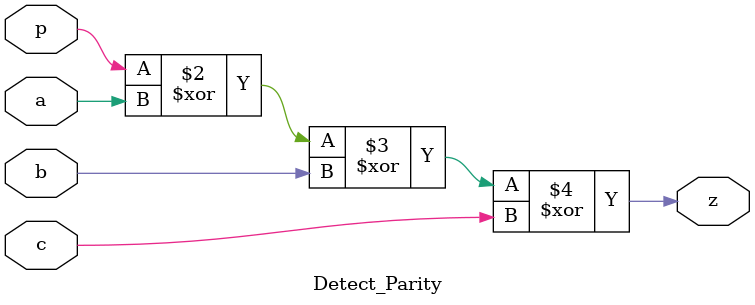
<source format=sv>
/*
  Code can be found here: https://edaplayground.com/x/ryhm
*/

// main program
module Detect_Parity (z, p, a, b, c);
  input a, b, c, p;
  output z;

  assign z = p ^ a ^ b ^ c;

endmodule


// testbench
module tb_Detect_Parity;

  reg bP, m0, m1, m2;
  wire op_Detect;

  initial begin

    // $dumpfile ("dump.vcd"); //only needed if using the online compiler
    // $dumpvars (1, tb_Detect_Parity); //only needed if using the online compiler

    // if op_Detect = 0, no error detected
    // if op_Detect = 1, error detected

    // #000 bP = 0; m0 = 0; m1= 0; m2 = 0;
    // #100 bP = 0; m0 = 0; m1= 0; m2 = 1;
    // #100 bP = 0; m0 = 0; m1= 1; m2 = 0;
    // #100 bP = 0; m0 = 0; m1= 1; m2 = 1;
    // #100 bP = 0; m0 = 1; m1= 0; m2 = 0;
    // #100 bP = 0; m0 = 1; m1= 0; m2 = 1;
    // #100 bP = 0; m0 = 1; m1= 1; m2 = 0;
    // #100 bP = 0; m0 = 1; m1= 1; m2 = 1;
    // #100 bP = 1; m0 = 0; m1= 0; m2 = 0;
    // #100 bP = 1; m0 = 0; m1= 0; m2 = 1;
    // #100 bP = 1; m0 = 0; m1= 1; m2 = 0;
    // #100 bP = 1; m0 = 0; m1= 1; m2 = 1;
    // #100 bP = 1; m0 = 1; m1= 0; m2 = 0;
    // #100 bP = 1; m0 = 1; m1= 0; m2 = 1;
    // #100 bP = 1; m0 = 1; m1= 1; m2 = 0;
    // #100 bP = 1; m0 = 1; m1= 1; m2 = 1;
    // #100 $stop;

  end

  Detect_Parity U1 (op_Detect, bP, m0, m1, m2);

endmodule

</source>
